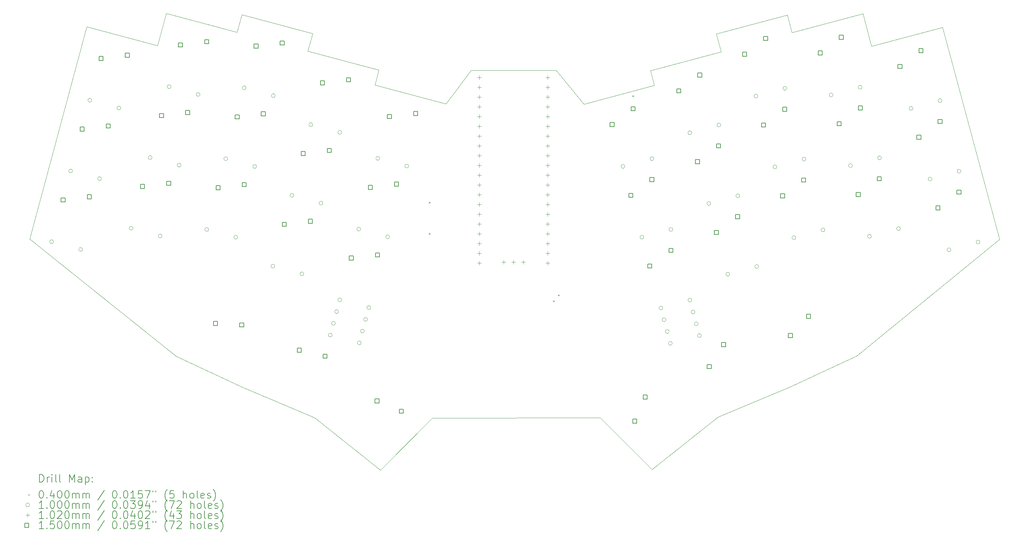
<source format=gbr>
%FSLAX45Y45*%
G04 Gerber Fmt 4.5, Leading zero omitted, Abs format (unit mm)*
G04 Created by KiCad (PCBNEW (6.0.4)) date 2022-05-01 20:55:47*
%MOMM*%
%LPD*%
G01*
G04 APERTURE LIST*
%TA.AperFunction,Profile*%
%ADD10C,0.100000*%
%TD*%
%ADD11C,0.200000*%
%ADD12C,0.040000*%
%ADD13C,0.100000*%
%ADD14C,0.102000*%
%ADD15C,0.150000*%
G04 APERTURE END LIST*
D10*
X5887500Y-3002500D02*
X7725000Y-3495000D01*
X17160000Y-13522500D02*
X12800000Y-13532500D01*
X9745000Y-13517500D02*
X7865000Y-12727500D01*
X7725000Y-3495000D02*
X7850000Y-3035000D01*
X20175000Y-3542500D02*
X20297500Y-4002500D01*
X3825000Y-3352500D02*
X5662500Y-3845000D01*
X20212500Y-13507500D02*
X18507500Y-14867500D01*
X23980000Y-3017500D02*
X22140000Y-3507500D01*
X22015000Y-3047500D02*
X20175000Y-3542500D01*
X13805000Y-4487500D02*
X13155000Y-5360000D01*
X11412500Y-4482500D02*
X11310000Y-4865000D01*
X11310000Y-4865000D02*
X13155000Y-5360000D01*
X24205000Y-3857500D02*
X23980000Y-3017500D01*
X2345000Y-8875000D02*
X3825000Y-3352500D01*
X18567500Y-4877500D02*
X16732500Y-5370000D01*
X12800000Y-13532500D02*
X11452500Y-14880000D01*
X26052500Y-3365000D02*
X27530000Y-8885000D01*
X23820000Y-11912500D02*
X22092500Y-12717500D01*
X7865000Y-12727500D02*
X6140000Y-11922500D01*
X5662500Y-3845000D02*
X5887500Y-3002500D01*
X18465000Y-4492500D02*
X18567500Y-4877500D01*
X9567500Y-3990000D02*
X11412500Y-4482500D01*
X11452500Y-14880000D02*
X9745000Y-13517500D01*
X27530000Y-8885000D02*
X23820000Y-11912500D01*
X7850000Y-3035000D02*
X9690000Y-3527500D01*
X22092500Y-12717500D02*
X20212500Y-13507500D01*
X9690000Y-3527500D02*
X9567500Y-3990000D01*
X6140000Y-11922500D02*
X2345000Y-8875000D01*
X18507500Y-14867500D02*
X17160000Y-13522500D01*
X20297500Y-4002500D02*
X18465000Y-4492500D01*
X26052500Y-3365000D02*
X24205000Y-3857500D01*
X22140000Y-3507500D02*
X22015000Y-3047500D01*
X16017500Y-4487500D02*
X13805000Y-4487500D01*
X16732500Y-5370000D02*
X16017500Y-4487500D01*
D11*
D12*
X12705400Y-7904800D02*
X12745400Y-7944800D01*
X12745400Y-7904800D02*
X12705400Y-7944800D01*
X12705400Y-8717600D02*
X12745400Y-8757600D01*
X12745400Y-8717600D02*
X12705400Y-8757600D01*
X15931200Y-10470200D02*
X15971200Y-10510200D01*
X15971200Y-10470200D02*
X15931200Y-10510200D01*
X16058200Y-10317800D02*
X16098200Y-10357800D01*
X16098200Y-10317800D02*
X16058200Y-10357800D01*
X17988600Y-5136200D02*
X18028600Y-5176200D01*
X18028600Y-5136200D02*
X17988600Y-5176200D01*
D13*
X2960956Y-8942727D02*
G75*
G03*
X2960956Y-8942727I-50000J0D01*
G01*
X3454007Y-7102639D02*
G75*
G03*
X3454007Y-7102639I-50000J0D01*
G01*
X3714378Y-9144606D02*
G75*
G03*
X3714378Y-9144606I-50000J0D01*
G01*
X3953698Y-5264329D02*
G75*
G03*
X3953698Y-5264329I-50000J0D01*
G01*
X4207429Y-7304517D02*
G75*
G03*
X4207429Y-7304517I-50000J0D01*
G01*
X4707120Y-5466208D02*
G75*
G03*
X4707120Y-5466208I-50000J0D01*
G01*
X5027026Y-8592404D02*
G75*
G03*
X5027026Y-8592404I-50000J0D01*
G01*
X5520077Y-6752315D02*
G75*
G03*
X5520077Y-6752315I-50000J0D01*
G01*
X5780449Y-8794283D02*
G75*
G03*
X5780449Y-8794283I-50000J0D01*
G01*
X6013127Y-4912226D02*
G75*
G03*
X6013127Y-4912226I-50000J0D01*
G01*
X6273499Y-6954194D02*
G75*
G03*
X6273499Y-6954194I-50000J0D01*
G01*
X6766549Y-5114105D02*
G75*
G03*
X6766549Y-5114105I-50000J0D01*
G01*
X6990378Y-8625432D02*
G75*
G03*
X6990378Y-8625432I-50000J0D01*
G01*
X7483428Y-6785343D02*
G75*
G03*
X7483428Y-6785343I-50000J0D01*
G01*
X7743800Y-8827311D02*
G75*
G03*
X7743800Y-8827311I-50000J0D01*
G01*
X7965008Y-4942181D02*
G75*
G03*
X7965008Y-4942181I-50000J0D01*
G01*
X8236850Y-6987222D02*
G75*
G03*
X8236850Y-6987222I-50000J0D01*
G01*
X8707204Y-9578504D02*
G75*
G03*
X8707204Y-9578504I-50000J0D01*
G01*
X8718430Y-5144060D02*
G75*
G03*
X8718430Y-5144060I-50000J0D01*
G01*
X9200254Y-7738416D02*
G75*
G03*
X9200254Y-7738416I-50000J0D01*
G01*
X9460626Y-9780383D02*
G75*
G03*
X9460626Y-9780383I-50000J0D01*
G01*
X9693304Y-5898327D02*
G75*
G03*
X9693304Y-5898327I-50000J0D01*
G01*
X9953676Y-7940294D02*
G75*
G03*
X9953676Y-7940294I-50000J0D01*
G01*
X10198870Y-11371884D02*
G75*
G03*
X10198870Y-11371884I-50000J0D01*
G01*
X10281045Y-11065203D02*
G75*
G03*
X10281045Y-11065203I-50000J0D01*
G01*
X10362399Y-10761588D02*
G75*
G03*
X10362399Y-10761588I-50000J0D01*
G01*
X10444574Y-10454906D02*
G75*
G03*
X10444574Y-10454906I-50000J0D01*
G01*
X10446727Y-6100206D02*
G75*
G03*
X10446727Y-6100206I-50000J0D01*
G01*
X10937624Y-8614818D02*
G75*
G03*
X10937624Y-8614818I-50000J0D01*
G01*
X10952293Y-11573763D02*
G75*
G03*
X10952293Y-11573763I-50000J0D01*
G01*
X11034468Y-11267081D02*
G75*
G03*
X11034468Y-11267081I-50000J0D01*
G01*
X11115821Y-10963467D02*
G75*
G03*
X11115821Y-10963467I-50000J0D01*
G01*
X11197996Y-10656785D02*
G75*
G03*
X11197996Y-10656785I-50000J0D01*
G01*
X11430674Y-6774729D02*
G75*
G03*
X11430674Y-6774729I-50000J0D01*
G01*
X11691046Y-8816697D02*
G75*
G03*
X11691046Y-8816697I-50000J0D01*
G01*
X12184096Y-6976608D02*
G75*
G03*
X12184096Y-6976608I-50000J0D01*
G01*
X17798439Y-6986152D02*
G75*
G03*
X17798439Y-6986152I-50000J0D01*
G01*
X18291489Y-8826240D02*
G75*
G03*
X18291489Y-8826240I-50000J0D01*
G01*
X18551861Y-6784273D02*
G75*
G03*
X18551861Y-6784273I-50000J0D01*
G01*
X18784539Y-10666329D02*
G75*
G03*
X18784539Y-10666329I-50000J0D01*
G01*
X18866714Y-10973011D02*
G75*
G03*
X18866714Y-10973011I-50000J0D01*
G01*
X18948889Y-11279692D02*
G75*
G03*
X18948889Y-11279692I-50000J0D01*
G01*
X19031064Y-11586373D02*
G75*
G03*
X19031064Y-11586373I-50000J0D01*
G01*
X19044911Y-8624362D02*
G75*
G03*
X19044911Y-8624362I-50000J0D01*
G01*
X19535809Y-6109750D02*
G75*
G03*
X19535809Y-6109750I-50000J0D01*
G01*
X19537961Y-10464450D02*
G75*
G03*
X19537961Y-10464450I-50000J0D01*
G01*
X19620136Y-10771132D02*
G75*
G03*
X19620136Y-10771132I-50000J0D01*
G01*
X19702311Y-11077813D02*
G75*
G03*
X19702311Y-11077813I-50000J0D01*
G01*
X19784487Y-11384495D02*
G75*
G03*
X19784487Y-11384495I-50000J0D01*
G01*
X20028859Y-7949838D02*
G75*
G03*
X20028859Y-7949838I-50000J0D01*
G01*
X20289231Y-5907871D02*
G75*
G03*
X20289231Y-5907871I-50000J0D01*
G01*
X20521909Y-9789927D02*
G75*
G03*
X20521909Y-9789927I-50000J0D01*
G01*
X20782281Y-7747960D02*
G75*
G03*
X20782281Y-7747960I-50000J0D01*
G01*
X21252635Y-5156677D02*
G75*
G03*
X21252635Y-5156677I-50000J0D01*
G01*
X21275331Y-9588048D02*
G75*
G03*
X21275331Y-9588048I-50000J0D01*
G01*
X21745685Y-6996766D02*
G75*
G03*
X21745685Y-6996766I-50000J0D01*
G01*
X22006057Y-4954798D02*
G75*
G03*
X22006057Y-4954798I-50000J0D01*
G01*
X22238735Y-8836855D02*
G75*
G03*
X22238735Y-8836855I-50000J0D01*
G01*
X22499107Y-6794887D02*
G75*
G03*
X22499107Y-6794887I-50000J0D01*
G01*
X22992157Y-8634976D02*
G75*
G03*
X22992157Y-8634976I-50000J0D01*
G01*
X23204515Y-5126723D02*
G75*
G03*
X23204515Y-5126723I-50000J0D01*
G01*
X23709036Y-6963738D02*
G75*
G03*
X23709036Y-6963738I-50000J0D01*
G01*
X23957938Y-4924844D02*
G75*
G03*
X23957938Y-4924844I-50000J0D01*
G01*
X24202086Y-8803827D02*
G75*
G03*
X24202086Y-8803827I-50000J0D01*
G01*
X24462458Y-6761859D02*
G75*
G03*
X24462458Y-6761859I-50000J0D01*
G01*
X24955509Y-8601948D02*
G75*
G03*
X24955509Y-8601948I-50000J0D01*
G01*
X25282056Y-5473973D02*
G75*
G03*
X25282056Y-5473973I-50000J0D01*
G01*
X25775106Y-7314061D02*
G75*
G03*
X25775106Y-7314061I-50000J0D01*
G01*
X26035478Y-5272094D02*
G75*
G03*
X26035478Y-5272094I-50000J0D01*
G01*
X26268156Y-9154150D02*
G75*
G03*
X26268156Y-9154150I-50000J0D01*
G01*
X26528528Y-7112183D02*
G75*
G03*
X26528528Y-7112183I-50000J0D01*
G01*
X27021579Y-8952271D02*
G75*
G03*
X27021579Y-8952271I-50000J0D01*
G01*
D14*
X14020800Y-4622600D02*
X14020800Y-4724600D01*
X13969800Y-4673600D02*
X14071800Y-4673600D01*
X14020800Y-4876600D02*
X14020800Y-4978600D01*
X13969800Y-4927600D02*
X14071800Y-4927600D01*
X14020800Y-5130600D02*
X14020800Y-5232600D01*
X13969800Y-5181600D02*
X14071800Y-5181600D01*
X14020800Y-5384600D02*
X14020800Y-5486600D01*
X13969800Y-5435600D02*
X14071800Y-5435600D01*
X14020800Y-5638600D02*
X14020800Y-5740600D01*
X13969800Y-5689600D02*
X14071800Y-5689600D01*
X14020800Y-5892600D02*
X14020800Y-5994600D01*
X13969800Y-5943600D02*
X14071800Y-5943600D01*
X14020800Y-6146600D02*
X14020800Y-6248600D01*
X13969800Y-6197600D02*
X14071800Y-6197600D01*
X14020800Y-6400600D02*
X14020800Y-6502600D01*
X13969800Y-6451600D02*
X14071800Y-6451600D01*
X14020800Y-6654600D02*
X14020800Y-6756600D01*
X13969800Y-6705600D02*
X14071800Y-6705600D01*
X14020800Y-6908600D02*
X14020800Y-7010600D01*
X13969800Y-6959600D02*
X14071800Y-6959600D01*
X14020800Y-7162600D02*
X14020800Y-7264600D01*
X13969800Y-7213600D02*
X14071800Y-7213600D01*
X14020800Y-7416600D02*
X14020800Y-7518600D01*
X13969800Y-7467600D02*
X14071800Y-7467600D01*
X14020800Y-7670600D02*
X14020800Y-7772600D01*
X13969800Y-7721600D02*
X14071800Y-7721600D01*
X14020800Y-7924600D02*
X14020800Y-8026600D01*
X13969800Y-7975600D02*
X14071800Y-7975600D01*
X14020800Y-8178600D02*
X14020800Y-8280600D01*
X13969800Y-8229600D02*
X14071800Y-8229600D01*
X14020800Y-8432600D02*
X14020800Y-8534600D01*
X13969800Y-8483600D02*
X14071800Y-8483600D01*
X14020800Y-8686600D02*
X14020800Y-8788600D01*
X13969800Y-8737600D02*
X14071800Y-8737600D01*
X14020800Y-8940600D02*
X14020800Y-9042600D01*
X13969800Y-8991600D02*
X14071800Y-8991600D01*
X14020800Y-9194600D02*
X14020800Y-9296600D01*
X13969800Y-9245600D02*
X14071800Y-9245600D01*
X14020800Y-9448600D02*
X14020800Y-9550600D01*
X13969800Y-9499600D02*
X14071800Y-9499600D01*
X14655800Y-9425600D02*
X14655800Y-9527600D01*
X14604800Y-9476600D02*
X14706800Y-9476600D01*
X14909800Y-9425600D02*
X14909800Y-9527600D01*
X14858800Y-9476600D02*
X14960800Y-9476600D01*
X15163800Y-9425600D02*
X15163800Y-9527600D01*
X15112800Y-9476600D02*
X15214800Y-9476600D01*
X15798800Y-4622600D02*
X15798800Y-4724600D01*
X15747800Y-4673600D02*
X15849800Y-4673600D01*
X15798800Y-4876600D02*
X15798800Y-4978600D01*
X15747800Y-4927600D02*
X15849800Y-4927600D01*
X15798800Y-5130600D02*
X15798800Y-5232600D01*
X15747800Y-5181600D02*
X15849800Y-5181600D01*
X15798800Y-5384600D02*
X15798800Y-5486600D01*
X15747800Y-5435600D02*
X15849800Y-5435600D01*
X15798800Y-5638600D02*
X15798800Y-5740600D01*
X15747800Y-5689600D02*
X15849800Y-5689600D01*
X15798800Y-5892600D02*
X15798800Y-5994600D01*
X15747800Y-5943600D02*
X15849800Y-5943600D01*
X15798800Y-6146600D02*
X15798800Y-6248600D01*
X15747800Y-6197600D02*
X15849800Y-6197600D01*
X15798800Y-6400600D02*
X15798800Y-6502600D01*
X15747800Y-6451600D02*
X15849800Y-6451600D01*
X15798800Y-6654600D02*
X15798800Y-6756600D01*
X15747800Y-6705600D02*
X15849800Y-6705600D01*
X15798800Y-6908600D02*
X15798800Y-7010600D01*
X15747800Y-6959600D02*
X15849800Y-6959600D01*
X15798800Y-7162600D02*
X15798800Y-7264600D01*
X15747800Y-7213600D02*
X15849800Y-7213600D01*
X15798800Y-7416600D02*
X15798800Y-7518600D01*
X15747800Y-7467600D02*
X15849800Y-7467600D01*
X15798800Y-7670600D02*
X15798800Y-7772600D01*
X15747800Y-7721600D02*
X15849800Y-7721600D01*
X15798800Y-7924600D02*
X15798800Y-8026600D01*
X15747800Y-7975600D02*
X15849800Y-7975600D01*
X15798800Y-8178600D02*
X15798800Y-8280600D01*
X15747800Y-8229600D02*
X15849800Y-8229600D01*
X15798800Y-8432600D02*
X15798800Y-8534600D01*
X15747800Y-8483600D02*
X15849800Y-8483600D01*
X15798800Y-8686600D02*
X15798800Y-8788600D01*
X15747800Y-8737600D02*
X15849800Y-8737600D01*
X15798800Y-8940600D02*
X15798800Y-9042600D01*
X15747800Y-8991600D02*
X15849800Y-8991600D01*
X15798800Y-9194600D02*
X15798800Y-9296600D01*
X15747800Y-9245600D02*
X15849800Y-9245600D01*
X15798800Y-9448600D02*
X15798800Y-9550600D01*
X15747800Y-9499600D02*
X15849800Y-9499600D01*
D15*
X3264405Y-7909371D02*
X3264405Y-7803304D01*
X3158338Y-7803304D01*
X3158338Y-7909371D01*
X3264405Y-7909371D01*
X3757455Y-6069282D02*
X3757455Y-5963215D01*
X3651388Y-5963215D01*
X3651388Y-6069282D01*
X3757455Y-6069282D01*
X3943507Y-7828376D02*
X3943507Y-7722309D01*
X3837440Y-7722309D01*
X3837440Y-7828376D01*
X3943507Y-7828376D01*
X4250505Y-4229194D02*
X4250505Y-4123127D01*
X4144438Y-4123127D01*
X4144438Y-4229194D01*
X4250505Y-4229194D01*
X4436558Y-5988287D02*
X4436558Y-5882220D01*
X4330491Y-5882220D01*
X4330491Y-5988287D01*
X4436558Y-5988287D01*
X4929608Y-4148199D02*
X4929608Y-4042132D01*
X4823541Y-4042132D01*
X4823541Y-4148199D01*
X4929608Y-4148199D01*
X5325041Y-7557592D02*
X5325041Y-7451525D01*
X5218974Y-7451525D01*
X5218974Y-7557592D01*
X5325041Y-7557592D01*
X5818092Y-5717503D02*
X5818092Y-5611436D01*
X5712025Y-5611436D01*
X5712025Y-5717503D01*
X5818092Y-5717503D01*
X6004144Y-7476596D02*
X6004144Y-7370529D01*
X5898077Y-7370529D01*
X5898077Y-7476596D01*
X6004144Y-7476596D01*
X6311142Y-3877414D02*
X6311142Y-3771347D01*
X6205075Y-3771347D01*
X6205075Y-3877414D01*
X6311142Y-3877414D01*
X6497194Y-5636508D02*
X6497194Y-5530441D01*
X6391127Y-5530441D01*
X6391127Y-5636508D01*
X6497194Y-5636508D01*
X6990245Y-3796419D02*
X6990245Y-3690352D01*
X6884178Y-3690352D01*
X6884178Y-3796419D01*
X6990245Y-3796419D01*
X7220923Y-11123745D02*
X7220923Y-11017678D01*
X7114856Y-11017678D01*
X7114856Y-11123745D01*
X7220923Y-11123745D01*
X7288393Y-7590620D02*
X7288393Y-7484553D01*
X7182326Y-7484553D01*
X7182326Y-7590620D01*
X7288393Y-7590620D01*
X7781443Y-5750531D02*
X7781443Y-5644464D01*
X7675376Y-5644464D01*
X7675376Y-5750531D01*
X7781443Y-5750531D01*
X7903774Y-11161905D02*
X7903774Y-11055838D01*
X7797707Y-11055838D01*
X7797707Y-11161905D01*
X7903774Y-11161905D01*
X7967495Y-7509625D02*
X7967495Y-7403558D01*
X7861428Y-7403558D01*
X7861428Y-7509625D01*
X7967495Y-7509625D01*
X8274493Y-3910442D02*
X8274493Y-3804375D01*
X8168426Y-3804375D01*
X8168426Y-3910442D01*
X8274493Y-3910442D01*
X8460546Y-5669536D02*
X8460546Y-5563469D01*
X8354479Y-5563469D01*
X8354479Y-5669536D01*
X8460546Y-5669536D01*
X8953596Y-3829447D02*
X8953596Y-3723380D01*
X8847529Y-3723380D01*
X8847529Y-3829447D01*
X8953596Y-3829447D01*
X9005219Y-8543692D02*
X9005219Y-8437625D01*
X8899152Y-8437625D01*
X8899152Y-8543692D01*
X9005219Y-8543692D01*
X9398156Y-11816933D02*
X9398156Y-11710866D01*
X9292089Y-11710866D01*
X9292089Y-11816933D01*
X9398156Y-11816933D01*
X9498269Y-6703603D02*
X9498269Y-6597536D01*
X9392202Y-6597536D01*
X9392202Y-6703603D01*
X9498269Y-6703603D01*
X9684322Y-8462697D02*
X9684322Y-8356630D01*
X9578255Y-8356630D01*
X9578255Y-8462697D01*
X9684322Y-8462697D01*
X9996753Y-4864971D02*
X9996753Y-4758904D01*
X9890686Y-4758904D01*
X9890686Y-4864971D01*
X9996753Y-4864971D01*
X10064006Y-11973090D02*
X10064006Y-11867023D01*
X9957939Y-11867023D01*
X9957939Y-11973090D01*
X10064006Y-11973090D01*
X10177372Y-6622608D02*
X10177372Y-6516541D01*
X10071305Y-6516541D01*
X10071305Y-6622608D01*
X10177372Y-6622608D01*
X10675856Y-4783976D02*
X10675856Y-4677909D01*
X10569789Y-4677909D01*
X10569789Y-4783976D01*
X10675856Y-4783976D01*
X10748022Y-9421550D02*
X10748022Y-9315483D01*
X10641955Y-9315483D01*
X10641955Y-9421550D01*
X10748022Y-9421550D01*
X11241072Y-7581461D02*
X11241072Y-7475394D01*
X11135005Y-7475394D01*
X11135005Y-7581461D01*
X11241072Y-7581461D01*
X11416094Y-13136446D02*
X11416094Y-13030379D01*
X11310027Y-13030379D01*
X11310027Y-13136446D01*
X11416094Y-13136446D01*
X11427125Y-9340555D02*
X11427125Y-9234488D01*
X11321058Y-9234488D01*
X11321058Y-9340555D01*
X11427125Y-9340555D01*
X11739556Y-5742829D02*
X11739556Y-5636762D01*
X11633489Y-5636762D01*
X11633489Y-5742829D01*
X11739556Y-5742829D01*
X11920175Y-7500466D02*
X11920175Y-7394399D01*
X11814108Y-7394399D01*
X11814108Y-7500466D01*
X11920175Y-7500466D01*
X12044712Y-13405854D02*
X12044712Y-13299787D01*
X11938645Y-13299787D01*
X11938645Y-13405854D01*
X12044712Y-13405854D01*
X12418659Y-5661833D02*
X12418659Y-5555767D01*
X12312592Y-5555767D01*
X12312592Y-5661833D01*
X12418659Y-5661833D01*
X17518444Y-5948137D02*
X17518444Y-5842070D01*
X17412377Y-5842070D01*
X17412377Y-5948137D01*
X17518444Y-5948137D01*
X18006061Y-7789681D02*
X18006061Y-7683614D01*
X17899994Y-7683614D01*
X17899994Y-7789681D01*
X18006061Y-7789681D01*
X18066067Y-5538442D02*
X18066067Y-5432375D01*
X17960000Y-5432375D01*
X17960000Y-5538442D01*
X18066067Y-5538442D01*
X18110363Y-13664262D02*
X18110363Y-13558195D01*
X18004296Y-13558195D01*
X18004296Y-13664262D01*
X18110363Y-13664262D01*
X18379770Y-13035644D02*
X18379770Y-12929577D01*
X18273703Y-12929577D01*
X18273703Y-13035644D01*
X18379770Y-13035644D01*
X18499111Y-9629770D02*
X18499111Y-9523703D01*
X18393044Y-9523703D01*
X18393044Y-9629770D01*
X18499111Y-9629770D01*
X18553684Y-7379986D02*
X18553684Y-7273919D01*
X18447617Y-7273919D01*
X18447617Y-7379986D01*
X18553684Y-7379986D01*
X19046734Y-9220075D02*
X19046734Y-9114008D01*
X18940667Y-9114008D01*
X18940667Y-9220075D01*
X19046734Y-9220075D01*
X19250381Y-5073191D02*
X19250381Y-4967124D01*
X19144314Y-4967124D01*
X19144314Y-5073191D01*
X19250381Y-5073191D01*
X19737998Y-6914735D02*
X19737998Y-6808668D01*
X19631931Y-6808668D01*
X19631931Y-6914735D01*
X19737998Y-6914735D01*
X19798003Y-4663495D02*
X19798003Y-4557428D01*
X19691936Y-4557428D01*
X19691936Y-4663495D01*
X19798003Y-4663495D01*
X20042923Y-12242999D02*
X20042923Y-12136932D01*
X19936856Y-12136932D01*
X19936856Y-12242999D01*
X20042923Y-12242999D01*
X20231048Y-8754824D02*
X20231048Y-8648757D01*
X20124981Y-8648757D01*
X20124981Y-8754824D01*
X20231048Y-8754824D01*
X20285620Y-6505040D02*
X20285620Y-6398973D01*
X20179553Y-6398973D01*
X20179553Y-6505040D01*
X20285620Y-6505040D01*
X20417396Y-11670713D02*
X20417396Y-11564646D01*
X20311329Y-11564646D01*
X20311329Y-11670713D01*
X20417396Y-11670713D01*
X20778671Y-8345128D02*
X20778671Y-8239061D01*
X20672604Y-8239061D01*
X20672604Y-8345128D01*
X20778671Y-8345128D01*
X20961773Y-4121574D02*
X20961773Y-4015507D01*
X20855706Y-4015507D01*
X20855706Y-4121574D01*
X20961773Y-4121574D01*
X21454824Y-5961663D02*
X21454824Y-5855596D01*
X21348757Y-5855596D01*
X21348757Y-5961663D01*
X21454824Y-5961663D01*
X21509396Y-3711879D02*
X21509396Y-3605812D01*
X21403329Y-3605812D01*
X21403329Y-3711879D01*
X21509396Y-3711879D01*
X21947874Y-7801751D02*
X21947874Y-7695684D01*
X21841807Y-7695684D01*
X21841807Y-7801751D01*
X21947874Y-7801751D01*
X22002447Y-5551967D02*
X22002447Y-5445900D01*
X21896380Y-5445900D01*
X21896380Y-5551967D01*
X22002447Y-5551967D01*
X22153742Y-11434780D02*
X22153742Y-11328713D01*
X22047675Y-11328713D01*
X22047675Y-11434780D01*
X22153742Y-11434780D01*
X22495497Y-7392056D02*
X22495497Y-7285989D01*
X22389430Y-7285989D01*
X22389430Y-7392056D01*
X22495497Y-7392056D01*
X22621903Y-10936215D02*
X22621903Y-10830148D01*
X22515836Y-10830148D01*
X22515836Y-10936215D01*
X22621903Y-10936215D01*
X22925125Y-4088546D02*
X22925125Y-3982479D01*
X22819058Y-3982479D01*
X22819058Y-4088546D01*
X22925125Y-4088546D01*
X23418175Y-5928634D02*
X23418175Y-5822567D01*
X23312108Y-5822567D01*
X23312108Y-5928634D01*
X23418175Y-5928634D01*
X23472747Y-3678850D02*
X23472747Y-3572783D01*
X23366680Y-3572783D01*
X23366680Y-3678850D01*
X23472747Y-3678850D01*
X23911225Y-7768723D02*
X23911225Y-7662656D01*
X23805158Y-7662656D01*
X23805158Y-7768723D01*
X23911225Y-7768723D01*
X23965798Y-5518939D02*
X23965798Y-5412872D01*
X23859731Y-5412872D01*
X23859731Y-5518939D01*
X23965798Y-5518939D01*
X24458848Y-7359028D02*
X24458848Y-7252961D01*
X24352781Y-7252961D01*
X24352781Y-7359028D01*
X24458848Y-7359028D01*
X24996628Y-4437414D02*
X24996628Y-4331347D01*
X24890561Y-4331347D01*
X24890561Y-4437414D01*
X24996628Y-4437414D01*
X25489678Y-6277502D02*
X25489678Y-6171435D01*
X25383611Y-6171435D01*
X25383611Y-6277502D01*
X25489678Y-6277502D01*
X25544251Y-4027718D02*
X25544251Y-3921651D01*
X25438184Y-3921651D01*
X25438184Y-4027718D01*
X25544251Y-4027718D01*
X25982729Y-8117591D02*
X25982729Y-8011524D01*
X25876662Y-8011524D01*
X25876662Y-8117591D01*
X25982729Y-8117591D01*
X26037301Y-5867807D02*
X26037301Y-5761740D01*
X25931234Y-5761740D01*
X25931234Y-5867807D01*
X26037301Y-5867807D01*
X26530351Y-7707896D02*
X26530351Y-7601829D01*
X26424284Y-7601829D01*
X26424284Y-7707896D01*
X26530351Y-7707896D01*
D11*
X2597619Y-15195476D02*
X2597619Y-14995476D01*
X2645238Y-14995476D01*
X2673810Y-15005000D01*
X2692857Y-15024048D01*
X2702381Y-15043095D01*
X2711905Y-15081190D01*
X2711905Y-15109762D01*
X2702381Y-15147857D01*
X2692857Y-15166905D01*
X2673810Y-15185952D01*
X2645238Y-15195476D01*
X2597619Y-15195476D01*
X2797619Y-15195476D02*
X2797619Y-15062143D01*
X2797619Y-15100238D02*
X2807143Y-15081190D01*
X2816667Y-15071667D01*
X2835714Y-15062143D01*
X2854762Y-15062143D01*
X2921428Y-15195476D02*
X2921428Y-15062143D01*
X2921428Y-14995476D02*
X2911905Y-15005000D01*
X2921428Y-15014524D01*
X2930952Y-15005000D01*
X2921428Y-14995476D01*
X2921428Y-15014524D01*
X3045238Y-15195476D02*
X3026190Y-15185952D01*
X3016667Y-15166905D01*
X3016667Y-14995476D01*
X3150000Y-15195476D02*
X3130952Y-15185952D01*
X3121428Y-15166905D01*
X3121428Y-14995476D01*
X3378571Y-15195476D02*
X3378571Y-14995476D01*
X3445238Y-15138333D01*
X3511905Y-14995476D01*
X3511905Y-15195476D01*
X3692857Y-15195476D02*
X3692857Y-15090714D01*
X3683333Y-15071667D01*
X3664286Y-15062143D01*
X3626190Y-15062143D01*
X3607143Y-15071667D01*
X3692857Y-15185952D02*
X3673809Y-15195476D01*
X3626190Y-15195476D01*
X3607143Y-15185952D01*
X3597619Y-15166905D01*
X3597619Y-15147857D01*
X3607143Y-15128809D01*
X3626190Y-15119286D01*
X3673809Y-15119286D01*
X3692857Y-15109762D01*
X3788095Y-15062143D02*
X3788095Y-15262143D01*
X3788095Y-15071667D02*
X3807143Y-15062143D01*
X3845238Y-15062143D01*
X3864286Y-15071667D01*
X3873809Y-15081190D01*
X3883333Y-15100238D01*
X3883333Y-15157381D01*
X3873809Y-15176428D01*
X3864286Y-15185952D01*
X3845238Y-15195476D01*
X3807143Y-15195476D01*
X3788095Y-15185952D01*
X3969048Y-15176428D02*
X3978571Y-15185952D01*
X3969048Y-15195476D01*
X3959524Y-15185952D01*
X3969048Y-15176428D01*
X3969048Y-15195476D01*
X3969048Y-15071667D02*
X3978571Y-15081190D01*
X3969048Y-15090714D01*
X3959524Y-15081190D01*
X3969048Y-15071667D01*
X3969048Y-15090714D01*
D12*
X2300000Y-15505000D02*
X2340000Y-15545000D01*
X2340000Y-15505000D02*
X2300000Y-15545000D01*
D11*
X2635714Y-15415476D02*
X2654762Y-15415476D01*
X2673810Y-15425000D01*
X2683333Y-15434524D01*
X2692857Y-15453571D01*
X2702381Y-15491667D01*
X2702381Y-15539286D01*
X2692857Y-15577381D01*
X2683333Y-15596428D01*
X2673810Y-15605952D01*
X2654762Y-15615476D01*
X2635714Y-15615476D01*
X2616667Y-15605952D01*
X2607143Y-15596428D01*
X2597619Y-15577381D01*
X2588095Y-15539286D01*
X2588095Y-15491667D01*
X2597619Y-15453571D01*
X2607143Y-15434524D01*
X2616667Y-15425000D01*
X2635714Y-15415476D01*
X2788095Y-15596428D02*
X2797619Y-15605952D01*
X2788095Y-15615476D01*
X2778571Y-15605952D01*
X2788095Y-15596428D01*
X2788095Y-15615476D01*
X2969048Y-15482143D02*
X2969048Y-15615476D01*
X2921428Y-15405952D02*
X2873809Y-15548809D01*
X2997619Y-15548809D01*
X3111905Y-15415476D02*
X3130952Y-15415476D01*
X3150000Y-15425000D01*
X3159524Y-15434524D01*
X3169048Y-15453571D01*
X3178571Y-15491667D01*
X3178571Y-15539286D01*
X3169048Y-15577381D01*
X3159524Y-15596428D01*
X3150000Y-15605952D01*
X3130952Y-15615476D01*
X3111905Y-15615476D01*
X3092857Y-15605952D01*
X3083333Y-15596428D01*
X3073809Y-15577381D01*
X3064286Y-15539286D01*
X3064286Y-15491667D01*
X3073809Y-15453571D01*
X3083333Y-15434524D01*
X3092857Y-15425000D01*
X3111905Y-15415476D01*
X3302381Y-15415476D02*
X3321428Y-15415476D01*
X3340476Y-15425000D01*
X3350000Y-15434524D01*
X3359524Y-15453571D01*
X3369048Y-15491667D01*
X3369048Y-15539286D01*
X3359524Y-15577381D01*
X3350000Y-15596428D01*
X3340476Y-15605952D01*
X3321428Y-15615476D01*
X3302381Y-15615476D01*
X3283333Y-15605952D01*
X3273809Y-15596428D01*
X3264286Y-15577381D01*
X3254762Y-15539286D01*
X3254762Y-15491667D01*
X3264286Y-15453571D01*
X3273809Y-15434524D01*
X3283333Y-15425000D01*
X3302381Y-15415476D01*
X3454762Y-15615476D02*
X3454762Y-15482143D01*
X3454762Y-15501190D02*
X3464286Y-15491667D01*
X3483333Y-15482143D01*
X3511905Y-15482143D01*
X3530952Y-15491667D01*
X3540476Y-15510714D01*
X3540476Y-15615476D01*
X3540476Y-15510714D02*
X3550000Y-15491667D01*
X3569048Y-15482143D01*
X3597619Y-15482143D01*
X3616667Y-15491667D01*
X3626190Y-15510714D01*
X3626190Y-15615476D01*
X3721428Y-15615476D02*
X3721428Y-15482143D01*
X3721428Y-15501190D02*
X3730952Y-15491667D01*
X3750000Y-15482143D01*
X3778571Y-15482143D01*
X3797619Y-15491667D01*
X3807143Y-15510714D01*
X3807143Y-15615476D01*
X3807143Y-15510714D02*
X3816667Y-15491667D01*
X3835714Y-15482143D01*
X3864286Y-15482143D01*
X3883333Y-15491667D01*
X3892857Y-15510714D01*
X3892857Y-15615476D01*
X4283333Y-15405952D02*
X4111905Y-15663095D01*
X4540476Y-15415476D02*
X4559524Y-15415476D01*
X4578571Y-15425000D01*
X4588095Y-15434524D01*
X4597619Y-15453571D01*
X4607143Y-15491667D01*
X4607143Y-15539286D01*
X4597619Y-15577381D01*
X4588095Y-15596428D01*
X4578571Y-15605952D01*
X4559524Y-15615476D01*
X4540476Y-15615476D01*
X4521429Y-15605952D01*
X4511905Y-15596428D01*
X4502381Y-15577381D01*
X4492857Y-15539286D01*
X4492857Y-15491667D01*
X4502381Y-15453571D01*
X4511905Y-15434524D01*
X4521429Y-15425000D01*
X4540476Y-15415476D01*
X4692857Y-15596428D02*
X4702381Y-15605952D01*
X4692857Y-15615476D01*
X4683333Y-15605952D01*
X4692857Y-15596428D01*
X4692857Y-15615476D01*
X4826190Y-15415476D02*
X4845238Y-15415476D01*
X4864286Y-15425000D01*
X4873810Y-15434524D01*
X4883333Y-15453571D01*
X4892857Y-15491667D01*
X4892857Y-15539286D01*
X4883333Y-15577381D01*
X4873810Y-15596428D01*
X4864286Y-15605952D01*
X4845238Y-15615476D01*
X4826190Y-15615476D01*
X4807143Y-15605952D01*
X4797619Y-15596428D01*
X4788095Y-15577381D01*
X4778571Y-15539286D01*
X4778571Y-15491667D01*
X4788095Y-15453571D01*
X4797619Y-15434524D01*
X4807143Y-15425000D01*
X4826190Y-15415476D01*
X5083333Y-15615476D02*
X4969048Y-15615476D01*
X5026190Y-15615476D02*
X5026190Y-15415476D01*
X5007143Y-15444048D01*
X4988095Y-15463095D01*
X4969048Y-15472619D01*
X5264286Y-15415476D02*
X5169048Y-15415476D01*
X5159524Y-15510714D01*
X5169048Y-15501190D01*
X5188095Y-15491667D01*
X5235714Y-15491667D01*
X5254762Y-15501190D01*
X5264286Y-15510714D01*
X5273810Y-15529762D01*
X5273810Y-15577381D01*
X5264286Y-15596428D01*
X5254762Y-15605952D01*
X5235714Y-15615476D01*
X5188095Y-15615476D01*
X5169048Y-15605952D01*
X5159524Y-15596428D01*
X5340476Y-15415476D02*
X5473810Y-15415476D01*
X5388095Y-15615476D01*
X5540476Y-15415476D02*
X5540476Y-15453571D01*
X5616667Y-15415476D02*
X5616667Y-15453571D01*
X5911905Y-15691667D02*
X5902381Y-15682143D01*
X5883333Y-15653571D01*
X5873809Y-15634524D01*
X5864286Y-15605952D01*
X5854762Y-15558333D01*
X5854762Y-15520238D01*
X5864286Y-15472619D01*
X5873809Y-15444048D01*
X5883333Y-15425000D01*
X5902381Y-15396428D01*
X5911905Y-15386905D01*
X6083333Y-15415476D02*
X5988095Y-15415476D01*
X5978571Y-15510714D01*
X5988095Y-15501190D01*
X6007143Y-15491667D01*
X6054762Y-15491667D01*
X6073809Y-15501190D01*
X6083333Y-15510714D01*
X6092857Y-15529762D01*
X6092857Y-15577381D01*
X6083333Y-15596428D01*
X6073809Y-15605952D01*
X6054762Y-15615476D01*
X6007143Y-15615476D01*
X5988095Y-15605952D01*
X5978571Y-15596428D01*
X6330952Y-15615476D02*
X6330952Y-15415476D01*
X6416667Y-15615476D02*
X6416667Y-15510714D01*
X6407143Y-15491667D01*
X6388095Y-15482143D01*
X6359524Y-15482143D01*
X6340476Y-15491667D01*
X6330952Y-15501190D01*
X6540476Y-15615476D02*
X6521428Y-15605952D01*
X6511905Y-15596428D01*
X6502381Y-15577381D01*
X6502381Y-15520238D01*
X6511905Y-15501190D01*
X6521428Y-15491667D01*
X6540476Y-15482143D01*
X6569048Y-15482143D01*
X6588095Y-15491667D01*
X6597619Y-15501190D01*
X6607143Y-15520238D01*
X6607143Y-15577381D01*
X6597619Y-15596428D01*
X6588095Y-15605952D01*
X6569048Y-15615476D01*
X6540476Y-15615476D01*
X6721428Y-15615476D02*
X6702381Y-15605952D01*
X6692857Y-15586905D01*
X6692857Y-15415476D01*
X6873809Y-15605952D02*
X6854762Y-15615476D01*
X6816667Y-15615476D01*
X6797619Y-15605952D01*
X6788095Y-15586905D01*
X6788095Y-15510714D01*
X6797619Y-15491667D01*
X6816667Y-15482143D01*
X6854762Y-15482143D01*
X6873809Y-15491667D01*
X6883333Y-15510714D01*
X6883333Y-15529762D01*
X6788095Y-15548809D01*
X6959524Y-15605952D02*
X6978571Y-15615476D01*
X7016667Y-15615476D01*
X7035714Y-15605952D01*
X7045238Y-15586905D01*
X7045238Y-15577381D01*
X7035714Y-15558333D01*
X7016667Y-15548809D01*
X6988095Y-15548809D01*
X6969048Y-15539286D01*
X6959524Y-15520238D01*
X6959524Y-15510714D01*
X6969048Y-15491667D01*
X6988095Y-15482143D01*
X7016667Y-15482143D01*
X7035714Y-15491667D01*
X7111905Y-15691667D02*
X7121428Y-15682143D01*
X7140476Y-15653571D01*
X7150000Y-15634524D01*
X7159524Y-15605952D01*
X7169048Y-15558333D01*
X7169048Y-15520238D01*
X7159524Y-15472619D01*
X7150000Y-15444048D01*
X7140476Y-15425000D01*
X7121428Y-15396428D01*
X7111905Y-15386905D01*
D13*
X2340000Y-15789000D02*
G75*
G03*
X2340000Y-15789000I-50000J0D01*
G01*
D11*
X2702381Y-15879476D02*
X2588095Y-15879476D01*
X2645238Y-15879476D02*
X2645238Y-15679476D01*
X2626190Y-15708048D01*
X2607143Y-15727095D01*
X2588095Y-15736619D01*
X2788095Y-15860428D02*
X2797619Y-15869952D01*
X2788095Y-15879476D01*
X2778571Y-15869952D01*
X2788095Y-15860428D01*
X2788095Y-15879476D01*
X2921428Y-15679476D02*
X2940476Y-15679476D01*
X2959524Y-15689000D01*
X2969048Y-15698524D01*
X2978571Y-15717571D01*
X2988095Y-15755667D01*
X2988095Y-15803286D01*
X2978571Y-15841381D01*
X2969048Y-15860428D01*
X2959524Y-15869952D01*
X2940476Y-15879476D01*
X2921428Y-15879476D01*
X2902381Y-15869952D01*
X2892857Y-15860428D01*
X2883333Y-15841381D01*
X2873809Y-15803286D01*
X2873809Y-15755667D01*
X2883333Y-15717571D01*
X2892857Y-15698524D01*
X2902381Y-15689000D01*
X2921428Y-15679476D01*
X3111905Y-15679476D02*
X3130952Y-15679476D01*
X3150000Y-15689000D01*
X3159524Y-15698524D01*
X3169048Y-15717571D01*
X3178571Y-15755667D01*
X3178571Y-15803286D01*
X3169048Y-15841381D01*
X3159524Y-15860428D01*
X3150000Y-15869952D01*
X3130952Y-15879476D01*
X3111905Y-15879476D01*
X3092857Y-15869952D01*
X3083333Y-15860428D01*
X3073809Y-15841381D01*
X3064286Y-15803286D01*
X3064286Y-15755667D01*
X3073809Y-15717571D01*
X3083333Y-15698524D01*
X3092857Y-15689000D01*
X3111905Y-15679476D01*
X3302381Y-15679476D02*
X3321428Y-15679476D01*
X3340476Y-15689000D01*
X3350000Y-15698524D01*
X3359524Y-15717571D01*
X3369048Y-15755667D01*
X3369048Y-15803286D01*
X3359524Y-15841381D01*
X3350000Y-15860428D01*
X3340476Y-15869952D01*
X3321428Y-15879476D01*
X3302381Y-15879476D01*
X3283333Y-15869952D01*
X3273809Y-15860428D01*
X3264286Y-15841381D01*
X3254762Y-15803286D01*
X3254762Y-15755667D01*
X3264286Y-15717571D01*
X3273809Y-15698524D01*
X3283333Y-15689000D01*
X3302381Y-15679476D01*
X3454762Y-15879476D02*
X3454762Y-15746143D01*
X3454762Y-15765190D02*
X3464286Y-15755667D01*
X3483333Y-15746143D01*
X3511905Y-15746143D01*
X3530952Y-15755667D01*
X3540476Y-15774714D01*
X3540476Y-15879476D01*
X3540476Y-15774714D02*
X3550000Y-15755667D01*
X3569048Y-15746143D01*
X3597619Y-15746143D01*
X3616667Y-15755667D01*
X3626190Y-15774714D01*
X3626190Y-15879476D01*
X3721428Y-15879476D02*
X3721428Y-15746143D01*
X3721428Y-15765190D02*
X3730952Y-15755667D01*
X3750000Y-15746143D01*
X3778571Y-15746143D01*
X3797619Y-15755667D01*
X3807143Y-15774714D01*
X3807143Y-15879476D01*
X3807143Y-15774714D02*
X3816667Y-15755667D01*
X3835714Y-15746143D01*
X3864286Y-15746143D01*
X3883333Y-15755667D01*
X3892857Y-15774714D01*
X3892857Y-15879476D01*
X4283333Y-15669952D02*
X4111905Y-15927095D01*
X4540476Y-15679476D02*
X4559524Y-15679476D01*
X4578571Y-15689000D01*
X4588095Y-15698524D01*
X4597619Y-15717571D01*
X4607143Y-15755667D01*
X4607143Y-15803286D01*
X4597619Y-15841381D01*
X4588095Y-15860428D01*
X4578571Y-15869952D01*
X4559524Y-15879476D01*
X4540476Y-15879476D01*
X4521429Y-15869952D01*
X4511905Y-15860428D01*
X4502381Y-15841381D01*
X4492857Y-15803286D01*
X4492857Y-15755667D01*
X4502381Y-15717571D01*
X4511905Y-15698524D01*
X4521429Y-15689000D01*
X4540476Y-15679476D01*
X4692857Y-15860428D02*
X4702381Y-15869952D01*
X4692857Y-15879476D01*
X4683333Y-15869952D01*
X4692857Y-15860428D01*
X4692857Y-15879476D01*
X4826190Y-15679476D02*
X4845238Y-15679476D01*
X4864286Y-15689000D01*
X4873810Y-15698524D01*
X4883333Y-15717571D01*
X4892857Y-15755667D01*
X4892857Y-15803286D01*
X4883333Y-15841381D01*
X4873810Y-15860428D01*
X4864286Y-15869952D01*
X4845238Y-15879476D01*
X4826190Y-15879476D01*
X4807143Y-15869952D01*
X4797619Y-15860428D01*
X4788095Y-15841381D01*
X4778571Y-15803286D01*
X4778571Y-15755667D01*
X4788095Y-15717571D01*
X4797619Y-15698524D01*
X4807143Y-15689000D01*
X4826190Y-15679476D01*
X4959524Y-15679476D02*
X5083333Y-15679476D01*
X5016667Y-15755667D01*
X5045238Y-15755667D01*
X5064286Y-15765190D01*
X5073810Y-15774714D01*
X5083333Y-15793762D01*
X5083333Y-15841381D01*
X5073810Y-15860428D01*
X5064286Y-15869952D01*
X5045238Y-15879476D01*
X4988095Y-15879476D01*
X4969048Y-15869952D01*
X4959524Y-15860428D01*
X5178571Y-15879476D02*
X5216667Y-15879476D01*
X5235714Y-15869952D01*
X5245238Y-15860428D01*
X5264286Y-15831857D01*
X5273810Y-15793762D01*
X5273810Y-15717571D01*
X5264286Y-15698524D01*
X5254762Y-15689000D01*
X5235714Y-15679476D01*
X5197619Y-15679476D01*
X5178571Y-15689000D01*
X5169048Y-15698524D01*
X5159524Y-15717571D01*
X5159524Y-15765190D01*
X5169048Y-15784238D01*
X5178571Y-15793762D01*
X5197619Y-15803286D01*
X5235714Y-15803286D01*
X5254762Y-15793762D01*
X5264286Y-15784238D01*
X5273810Y-15765190D01*
X5445238Y-15746143D02*
X5445238Y-15879476D01*
X5397619Y-15669952D02*
X5350000Y-15812809D01*
X5473810Y-15812809D01*
X5540476Y-15679476D02*
X5540476Y-15717571D01*
X5616667Y-15679476D02*
X5616667Y-15717571D01*
X5911905Y-15955667D02*
X5902381Y-15946143D01*
X5883333Y-15917571D01*
X5873809Y-15898524D01*
X5864286Y-15869952D01*
X5854762Y-15822333D01*
X5854762Y-15784238D01*
X5864286Y-15736619D01*
X5873809Y-15708048D01*
X5883333Y-15689000D01*
X5902381Y-15660428D01*
X5911905Y-15650905D01*
X5969048Y-15679476D02*
X6102381Y-15679476D01*
X6016667Y-15879476D01*
X6169048Y-15698524D02*
X6178571Y-15689000D01*
X6197619Y-15679476D01*
X6245238Y-15679476D01*
X6264286Y-15689000D01*
X6273809Y-15698524D01*
X6283333Y-15717571D01*
X6283333Y-15736619D01*
X6273809Y-15765190D01*
X6159524Y-15879476D01*
X6283333Y-15879476D01*
X6521428Y-15879476D02*
X6521428Y-15679476D01*
X6607143Y-15879476D02*
X6607143Y-15774714D01*
X6597619Y-15755667D01*
X6578571Y-15746143D01*
X6550000Y-15746143D01*
X6530952Y-15755667D01*
X6521428Y-15765190D01*
X6730952Y-15879476D02*
X6711905Y-15869952D01*
X6702381Y-15860428D01*
X6692857Y-15841381D01*
X6692857Y-15784238D01*
X6702381Y-15765190D01*
X6711905Y-15755667D01*
X6730952Y-15746143D01*
X6759524Y-15746143D01*
X6778571Y-15755667D01*
X6788095Y-15765190D01*
X6797619Y-15784238D01*
X6797619Y-15841381D01*
X6788095Y-15860428D01*
X6778571Y-15869952D01*
X6759524Y-15879476D01*
X6730952Y-15879476D01*
X6911905Y-15879476D02*
X6892857Y-15869952D01*
X6883333Y-15850905D01*
X6883333Y-15679476D01*
X7064286Y-15869952D02*
X7045238Y-15879476D01*
X7007143Y-15879476D01*
X6988095Y-15869952D01*
X6978571Y-15850905D01*
X6978571Y-15774714D01*
X6988095Y-15755667D01*
X7007143Y-15746143D01*
X7045238Y-15746143D01*
X7064286Y-15755667D01*
X7073809Y-15774714D01*
X7073809Y-15793762D01*
X6978571Y-15812809D01*
X7150000Y-15869952D02*
X7169048Y-15879476D01*
X7207143Y-15879476D01*
X7226190Y-15869952D01*
X7235714Y-15850905D01*
X7235714Y-15841381D01*
X7226190Y-15822333D01*
X7207143Y-15812809D01*
X7178571Y-15812809D01*
X7159524Y-15803286D01*
X7150000Y-15784238D01*
X7150000Y-15774714D01*
X7159524Y-15755667D01*
X7178571Y-15746143D01*
X7207143Y-15746143D01*
X7226190Y-15755667D01*
X7302381Y-15955667D02*
X7311905Y-15946143D01*
X7330952Y-15917571D01*
X7340476Y-15898524D01*
X7350000Y-15869952D01*
X7359524Y-15822333D01*
X7359524Y-15784238D01*
X7350000Y-15736619D01*
X7340476Y-15708048D01*
X7330952Y-15689000D01*
X7311905Y-15660428D01*
X7302381Y-15650905D01*
D14*
X2289000Y-16002000D02*
X2289000Y-16104000D01*
X2238000Y-16053000D02*
X2340000Y-16053000D01*
D11*
X2702381Y-16143476D02*
X2588095Y-16143476D01*
X2645238Y-16143476D02*
X2645238Y-15943476D01*
X2626190Y-15972048D01*
X2607143Y-15991095D01*
X2588095Y-16000619D01*
X2788095Y-16124428D02*
X2797619Y-16133952D01*
X2788095Y-16143476D01*
X2778571Y-16133952D01*
X2788095Y-16124428D01*
X2788095Y-16143476D01*
X2921428Y-15943476D02*
X2940476Y-15943476D01*
X2959524Y-15953000D01*
X2969048Y-15962524D01*
X2978571Y-15981571D01*
X2988095Y-16019667D01*
X2988095Y-16067286D01*
X2978571Y-16105381D01*
X2969048Y-16124428D01*
X2959524Y-16133952D01*
X2940476Y-16143476D01*
X2921428Y-16143476D01*
X2902381Y-16133952D01*
X2892857Y-16124428D01*
X2883333Y-16105381D01*
X2873809Y-16067286D01*
X2873809Y-16019667D01*
X2883333Y-15981571D01*
X2892857Y-15962524D01*
X2902381Y-15953000D01*
X2921428Y-15943476D01*
X3064286Y-15962524D02*
X3073809Y-15953000D01*
X3092857Y-15943476D01*
X3140476Y-15943476D01*
X3159524Y-15953000D01*
X3169048Y-15962524D01*
X3178571Y-15981571D01*
X3178571Y-16000619D01*
X3169048Y-16029190D01*
X3054762Y-16143476D01*
X3178571Y-16143476D01*
X3302381Y-15943476D02*
X3321428Y-15943476D01*
X3340476Y-15953000D01*
X3350000Y-15962524D01*
X3359524Y-15981571D01*
X3369048Y-16019667D01*
X3369048Y-16067286D01*
X3359524Y-16105381D01*
X3350000Y-16124428D01*
X3340476Y-16133952D01*
X3321428Y-16143476D01*
X3302381Y-16143476D01*
X3283333Y-16133952D01*
X3273809Y-16124428D01*
X3264286Y-16105381D01*
X3254762Y-16067286D01*
X3254762Y-16019667D01*
X3264286Y-15981571D01*
X3273809Y-15962524D01*
X3283333Y-15953000D01*
X3302381Y-15943476D01*
X3454762Y-16143476D02*
X3454762Y-16010143D01*
X3454762Y-16029190D02*
X3464286Y-16019667D01*
X3483333Y-16010143D01*
X3511905Y-16010143D01*
X3530952Y-16019667D01*
X3540476Y-16038714D01*
X3540476Y-16143476D01*
X3540476Y-16038714D02*
X3550000Y-16019667D01*
X3569048Y-16010143D01*
X3597619Y-16010143D01*
X3616667Y-16019667D01*
X3626190Y-16038714D01*
X3626190Y-16143476D01*
X3721428Y-16143476D02*
X3721428Y-16010143D01*
X3721428Y-16029190D02*
X3730952Y-16019667D01*
X3750000Y-16010143D01*
X3778571Y-16010143D01*
X3797619Y-16019667D01*
X3807143Y-16038714D01*
X3807143Y-16143476D01*
X3807143Y-16038714D02*
X3816667Y-16019667D01*
X3835714Y-16010143D01*
X3864286Y-16010143D01*
X3883333Y-16019667D01*
X3892857Y-16038714D01*
X3892857Y-16143476D01*
X4283333Y-15933952D02*
X4111905Y-16191095D01*
X4540476Y-15943476D02*
X4559524Y-15943476D01*
X4578571Y-15953000D01*
X4588095Y-15962524D01*
X4597619Y-15981571D01*
X4607143Y-16019667D01*
X4607143Y-16067286D01*
X4597619Y-16105381D01*
X4588095Y-16124428D01*
X4578571Y-16133952D01*
X4559524Y-16143476D01*
X4540476Y-16143476D01*
X4521429Y-16133952D01*
X4511905Y-16124428D01*
X4502381Y-16105381D01*
X4492857Y-16067286D01*
X4492857Y-16019667D01*
X4502381Y-15981571D01*
X4511905Y-15962524D01*
X4521429Y-15953000D01*
X4540476Y-15943476D01*
X4692857Y-16124428D02*
X4702381Y-16133952D01*
X4692857Y-16143476D01*
X4683333Y-16133952D01*
X4692857Y-16124428D01*
X4692857Y-16143476D01*
X4826190Y-15943476D02*
X4845238Y-15943476D01*
X4864286Y-15953000D01*
X4873810Y-15962524D01*
X4883333Y-15981571D01*
X4892857Y-16019667D01*
X4892857Y-16067286D01*
X4883333Y-16105381D01*
X4873810Y-16124428D01*
X4864286Y-16133952D01*
X4845238Y-16143476D01*
X4826190Y-16143476D01*
X4807143Y-16133952D01*
X4797619Y-16124428D01*
X4788095Y-16105381D01*
X4778571Y-16067286D01*
X4778571Y-16019667D01*
X4788095Y-15981571D01*
X4797619Y-15962524D01*
X4807143Y-15953000D01*
X4826190Y-15943476D01*
X5064286Y-16010143D02*
X5064286Y-16143476D01*
X5016667Y-15933952D02*
X4969048Y-16076809D01*
X5092857Y-16076809D01*
X5207143Y-15943476D02*
X5226190Y-15943476D01*
X5245238Y-15953000D01*
X5254762Y-15962524D01*
X5264286Y-15981571D01*
X5273810Y-16019667D01*
X5273810Y-16067286D01*
X5264286Y-16105381D01*
X5254762Y-16124428D01*
X5245238Y-16133952D01*
X5226190Y-16143476D01*
X5207143Y-16143476D01*
X5188095Y-16133952D01*
X5178571Y-16124428D01*
X5169048Y-16105381D01*
X5159524Y-16067286D01*
X5159524Y-16019667D01*
X5169048Y-15981571D01*
X5178571Y-15962524D01*
X5188095Y-15953000D01*
X5207143Y-15943476D01*
X5350000Y-15962524D02*
X5359524Y-15953000D01*
X5378571Y-15943476D01*
X5426190Y-15943476D01*
X5445238Y-15953000D01*
X5454762Y-15962524D01*
X5464286Y-15981571D01*
X5464286Y-16000619D01*
X5454762Y-16029190D01*
X5340476Y-16143476D01*
X5464286Y-16143476D01*
X5540476Y-15943476D02*
X5540476Y-15981571D01*
X5616667Y-15943476D02*
X5616667Y-15981571D01*
X5911905Y-16219667D02*
X5902381Y-16210143D01*
X5883333Y-16181571D01*
X5873809Y-16162524D01*
X5864286Y-16133952D01*
X5854762Y-16086333D01*
X5854762Y-16048238D01*
X5864286Y-16000619D01*
X5873809Y-15972048D01*
X5883333Y-15953000D01*
X5902381Y-15924428D01*
X5911905Y-15914905D01*
X6073809Y-16010143D02*
X6073809Y-16143476D01*
X6026190Y-15933952D02*
X5978571Y-16076809D01*
X6102381Y-16076809D01*
X6159524Y-15943476D02*
X6283333Y-15943476D01*
X6216667Y-16019667D01*
X6245238Y-16019667D01*
X6264286Y-16029190D01*
X6273809Y-16038714D01*
X6283333Y-16057762D01*
X6283333Y-16105381D01*
X6273809Y-16124428D01*
X6264286Y-16133952D01*
X6245238Y-16143476D01*
X6188095Y-16143476D01*
X6169048Y-16133952D01*
X6159524Y-16124428D01*
X6521428Y-16143476D02*
X6521428Y-15943476D01*
X6607143Y-16143476D02*
X6607143Y-16038714D01*
X6597619Y-16019667D01*
X6578571Y-16010143D01*
X6550000Y-16010143D01*
X6530952Y-16019667D01*
X6521428Y-16029190D01*
X6730952Y-16143476D02*
X6711905Y-16133952D01*
X6702381Y-16124428D01*
X6692857Y-16105381D01*
X6692857Y-16048238D01*
X6702381Y-16029190D01*
X6711905Y-16019667D01*
X6730952Y-16010143D01*
X6759524Y-16010143D01*
X6778571Y-16019667D01*
X6788095Y-16029190D01*
X6797619Y-16048238D01*
X6797619Y-16105381D01*
X6788095Y-16124428D01*
X6778571Y-16133952D01*
X6759524Y-16143476D01*
X6730952Y-16143476D01*
X6911905Y-16143476D02*
X6892857Y-16133952D01*
X6883333Y-16114905D01*
X6883333Y-15943476D01*
X7064286Y-16133952D02*
X7045238Y-16143476D01*
X7007143Y-16143476D01*
X6988095Y-16133952D01*
X6978571Y-16114905D01*
X6978571Y-16038714D01*
X6988095Y-16019667D01*
X7007143Y-16010143D01*
X7045238Y-16010143D01*
X7064286Y-16019667D01*
X7073809Y-16038714D01*
X7073809Y-16057762D01*
X6978571Y-16076809D01*
X7150000Y-16133952D02*
X7169048Y-16143476D01*
X7207143Y-16143476D01*
X7226190Y-16133952D01*
X7235714Y-16114905D01*
X7235714Y-16105381D01*
X7226190Y-16086333D01*
X7207143Y-16076809D01*
X7178571Y-16076809D01*
X7159524Y-16067286D01*
X7150000Y-16048238D01*
X7150000Y-16038714D01*
X7159524Y-16019667D01*
X7178571Y-16010143D01*
X7207143Y-16010143D01*
X7226190Y-16019667D01*
X7302381Y-16219667D02*
X7311905Y-16210143D01*
X7330952Y-16181571D01*
X7340476Y-16162524D01*
X7350000Y-16133952D01*
X7359524Y-16086333D01*
X7359524Y-16048238D01*
X7350000Y-16000619D01*
X7340476Y-15972048D01*
X7330952Y-15953000D01*
X7311905Y-15924428D01*
X7302381Y-15914905D01*
D15*
X2318034Y-16370033D02*
X2318034Y-16263966D01*
X2211967Y-16263966D01*
X2211967Y-16370033D01*
X2318034Y-16370033D01*
D11*
X2702381Y-16407476D02*
X2588095Y-16407476D01*
X2645238Y-16407476D02*
X2645238Y-16207476D01*
X2626190Y-16236048D01*
X2607143Y-16255095D01*
X2588095Y-16264619D01*
X2788095Y-16388428D02*
X2797619Y-16397952D01*
X2788095Y-16407476D01*
X2778571Y-16397952D01*
X2788095Y-16388428D01*
X2788095Y-16407476D01*
X2978571Y-16207476D02*
X2883333Y-16207476D01*
X2873809Y-16302714D01*
X2883333Y-16293190D01*
X2902381Y-16283667D01*
X2950000Y-16283667D01*
X2969048Y-16293190D01*
X2978571Y-16302714D01*
X2988095Y-16321762D01*
X2988095Y-16369381D01*
X2978571Y-16388428D01*
X2969048Y-16397952D01*
X2950000Y-16407476D01*
X2902381Y-16407476D01*
X2883333Y-16397952D01*
X2873809Y-16388428D01*
X3111905Y-16207476D02*
X3130952Y-16207476D01*
X3150000Y-16217000D01*
X3159524Y-16226524D01*
X3169048Y-16245571D01*
X3178571Y-16283667D01*
X3178571Y-16331286D01*
X3169048Y-16369381D01*
X3159524Y-16388428D01*
X3150000Y-16397952D01*
X3130952Y-16407476D01*
X3111905Y-16407476D01*
X3092857Y-16397952D01*
X3083333Y-16388428D01*
X3073809Y-16369381D01*
X3064286Y-16331286D01*
X3064286Y-16283667D01*
X3073809Y-16245571D01*
X3083333Y-16226524D01*
X3092857Y-16217000D01*
X3111905Y-16207476D01*
X3302381Y-16207476D02*
X3321428Y-16207476D01*
X3340476Y-16217000D01*
X3350000Y-16226524D01*
X3359524Y-16245571D01*
X3369048Y-16283667D01*
X3369048Y-16331286D01*
X3359524Y-16369381D01*
X3350000Y-16388428D01*
X3340476Y-16397952D01*
X3321428Y-16407476D01*
X3302381Y-16407476D01*
X3283333Y-16397952D01*
X3273809Y-16388428D01*
X3264286Y-16369381D01*
X3254762Y-16331286D01*
X3254762Y-16283667D01*
X3264286Y-16245571D01*
X3273809Y-16226524D01*
X3283333Y-16217000D01*
X3302381Y-16207476D01*
X3454762Y-16407476D02*
X3454762Y-16274143D01*
X3454762Y-16293190D02*
X3464286Y-16283667D01*
X3483333Y-16274143D01*
X3511905Y-16274143D01*
X3530952Y-16283667D01*
X3540476Y-16302714D01*
X3540476Y-16407476D01*
X3540476Y-16302714D02*
X3550000Y-16283667D01*
X3569048Y-16274143D01*
X3597619Y-16274143D01*
X3616667Y-16283667D01*
X3626190Y-16302714D01*
X3626190Y-16407476D01*
X3721428Y-16407476D02*
X3721428Y-16274143D01*
X3721428Y-16293190D02*
X3730952Y-16283667D01*
X3750000Y-16274143D01*
X3778571Y-16274143D01*
X3797619Y-16283667D01*
X3807143Y-16302714D01*
X3807143Y-16407476D01*
X3807143Y-16302714D02*
X3816667Y-16283667D01*
X3835714Y-16274143D01*
X3864286Y-16274143D01*
X3883333Y-16283667D01*
X3892857Y-16302714D01*
X3892857Y-16407476D01*
X4283333Y-16197952D02*
X4111905Y-16455095D01*
X4540476Y-16207476D02*
X4559524Y-16207476D01*
X4578571Y-16217000D01*
X4588095Y-16226524D01*
X4597619Y-16245571D01*
X4607143Y-16283667D01*
X4607143Y-16331286D01*
X4597619Y-16369381D01*
X4588095Y-16388428D01*
X4578571Y-16397952D01*
X4559524Y-16407476D01*
X4540476Y-16407476D01*
X4521429Y-16397952D01*
X4511905Y-16388428D01*
X4502381Y-16369381D01*
X4492857Y-16331286D01*
X4492857Y-16283667D01*
X4502381Y-16245571D01*
X4511905Y-16226524D01*
X4521429Y-16217000D01*
X4540476Y-16207476D01*
X4692857Y-16388428D02*
X4702381Y-16397952D01*
X4692857Y-16407476D01*
X4683333Y-16397952D01*
X4692857Y-16388428D01*
X4692857Y-16407476D01*
X4826190Y-16207476D02*
X4845238Y-16207476D01*
X4864286Y-16217000D01*
X4873810Y-16226524D01*
X4883333Y-16245571D01*
X4892857Y-16283667D01*
X4892857Y-16331286D01*
X4883333Y-16369381D01*
X4873810Y-16388428D01*
X4864286Y-16397952D01*
X4845238Y-16407476D01*
X4826190Y-16407476D01*
X4807143Y-16397952D01*
X4797619Y-16388428D01*
X4788095Y-16369381D01*
X4778571Y-16331286D01*
X4778571Y-16283667D01*
X4788095Y-16245571D01*
X4797619Y-16226524D01*
X4807143Y-16217000D01*
X4826190Y-16207476D01*
X5073810Y-16207476D02*
X4978571Y-16207476D01*
X4969048Y-16302714D01*
X4978571Y-16293190D01*
X4997619Y-16283667D01*
X5045238Y-16283667D01*
X5064286Y-16293190D01*
X5073810Y-16302714D01*
X5083333Y-16321762D01*
X5083333Y-16369381D01*
X5073810Y-16388428D01*
X5064286Y-16397952D01*
X5045238Y-16407476D01*
X4997619Y-16407476D01*
X4978571Y-16397952D01*
X4969048Y-16388428D01*
X5178571Y-16407476D02*
X5216667Y-16407476D01*
X5235714Y-16397952D01*
X5245238Y-16388428D01*
X5264286Y-16359857D01*
X5273810Y-16321762D01*
X5273810Y-16245571D01*
X5264286Y-16226524D01*
X5254762Y-16217000D01*
X5235714Y-16207476D01*
X5197619Y-16207476D01*
X5178571Y-16217000D01*
X5169048Y-16226524D01*
X5159524Y-16245571D01*
X5159524Y-16293190D01*
X5169048Y-16312238D01*
X5178571Y-16321762D01*
X5197619Y-16331286D01*
X5235714Y-16331286D01*
X5254762Y-16321762D01*
X5264286Y-16312238D01*
X5273810Y-16293190D01*
X5464286Y-16407476D02*
X5350000Y-16407476D01*
X5407143Y-16407476D02*
X5407143Y-16207476D01*
X5388095Y-16236048D01*
X5369048Y-16255095D01*
X5350000Y-16264619D01*
X5540476Y-16207476D02*
X5540476Y-16245571D01*
X5616667Y-16207476D02*
X5616667Y-16245571D01*
X5911905Y-16483667D02*
X5902381Y-16474143D01*
X5883333Y-16445571D01*
X5873809Y-16426524D01*
X5864286Y-16397952D01*
X5854762Y-16350333D01*
X5854762Y-16312238D01*
X5864286Y-16264619D01*
X5873809Y-16236048D01*
X5883333Y-16217000D01*
X5902381Y-16188428D01*
X5911905Y-16178905D01*
X5969048Y-16207476D02*
X6102381Y-16207476D01*
X6016667Y-16407476D01*
X6169048Y-16226524D02*
X6178571Y-16217000D01*
X6197619Y-16207476D01*
X6245238Y-16207476D01*
X6264286Y-16217000D01*
X6273809Y-16226524D01*
X6283333Y-16245571D01*
X6283333Y-16264619D01*
X6273809Y-16293190D01*
X6159524Y-16407476D01*
X6283333Y-16407476D01*
X6521428Y-16407476D02*
X6521428Y-16207476D01*
X6607143Y-16407476D02*
X6607143Y-16302714D01*
X6597619Y-16283667D01*
X6578571Y-16274143D01*
X6550000Y-16274143D01*
X6530952Y-16283667D01*
X6521428Y-16293190D01*
X6730952Y-16407476D02*
X6711905Y-16397952D01*
X6702381Y-16388428D01*
X6692857Y-16369381D01*
X6692857Y-16312238D01*
X6702381Y-16293190D01*
X6711905Y-16283667D01*
X6730952Y-16274143D01*
X6759524Y-16274143D01*
X6778571Y-16283667D01*
X6788095Y-16293190D01*
X6797619Y-16312238D01*
X6797619Y-16369381D01*
X6788095Y-16388428D01*
X6778571Y-16397952D01*
X6759524Y-16407476D01*
X6730952Y-16407476D01*
X6911905Y-16407476D02*
X6892857Y-16397952D01*
X6883333Y-16378905D01*
X6883333Y-16207476D01*
X7064286Y-16397952D02*
X7045238Y-16407476D01*
X7007143Y-16407476D01*
X6988095Y-16397952D01*
X6978571Y-16378905D01*
X6978571Y-16302714D01*
X6988095Y-16283667D01*
X7007143Y-16274143D01*
X7045238Y-16274143D01*
X7064286Y-16283667D01*
X7073809Y-16302714D01*
X7073809Y-16321762D01*
X6978571Y-16340809D01*
X7150000Y-16397952D02*
X7169048Y-16407476D01*
X7207143Y-16407476D01*
X7226190Y-16397952D01*
X7235714Y-16378905D01*
X7235714Y-16369381D01*
X7226190Y-16350333D01*
X7207143Y-16340809D01*
X7178571Y-16340809D01*
X7159524Y-16331286D01*
X7150000Y-16312238D01*
X7150000Y-16302714D01*
X7159524Y-16283667D01*
X7178571Y-16274143D01*
X7207143Y-16274143D01*
X7226190Y-16283667D01*
X7302381Y-16483667D02*
X7311905Y-16474143D01*
X7330952Y-16445571D01*
X7340476Y-16426524D01*
X7350000Y-16397952D01*
X7359524Y-16350333D01*
X7359524Y-16312238D01*
X7350000Y-16264619D01*
X7340476Y-16236048D01*
X7330952Y-16217000D01*
X7311905Y-16188428D01*
X7302381Y-16178905D01*
M02*

</source>
